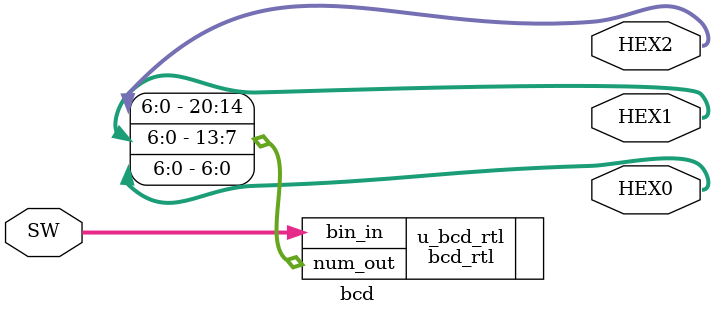
<source format=v>
module bcd (
    input [7: 0] SW,
    output [6: 0] HEX0,
    output [6: 0] HEX1,
    output [6: 0] HEX2
);
    
    bcd_rtl #(
        .BIN_WIDTH 	(8  ),
        .BCD_CNT   	(3  )
    )u_bcd_rtl(
        .bin_in  	(SW   ),
        .num_out 	({HEX2, HEX1, HEX0}  )
    );
    
endmodule
</source>
